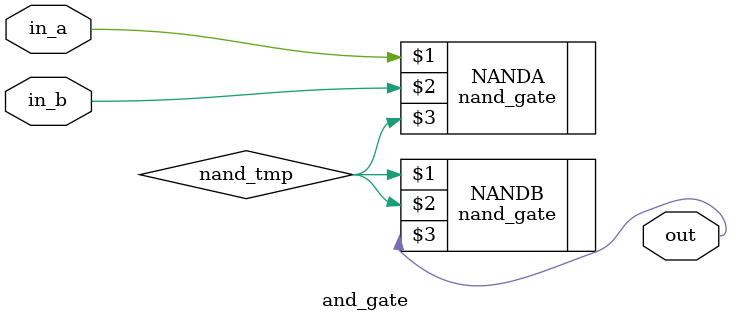
<source format=v>
module and_gate (input in_a,
                input in_b,
                output out);
    wire nand_tmp;
    nand_gate NANDA (in_a, in_b, nand_tmp);
    nand_gate NANDB (nand_tmp, nand_tmp, out);
endmodule

</source>
